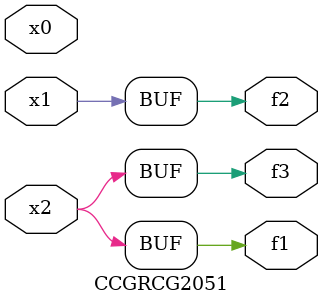
<source format=v>
module CCGRCG2051(
	input x0, x1, x2,
	output f1, f2, f3
);
	assign f1 = x2;
	assign f2 = x1;
	assign f3 = x2;
endmodule

</source>
